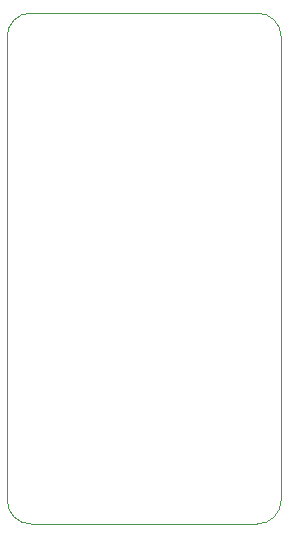
<source format=gbr>
%TF.GenerationSoftware,KiCad,Pcbnew,7.0.9*%
%TF.CreationDate,2023-12-21T11:34:42+00:00*%
%TF.ProjectId,flash-rom-expansion,666c6173-682d-4726-9f6d-2d657870616e,0*%
%TF.SameCoordinates,Original*%
%TF.FileFunction,Profile,NP*%
%FSLAX46Y46*%
G04 Gerber Fmt 4.6, Leading zero omitted, Abs format (unit mm)*
G04 Created by KiCad (PCBNEW 7.0.9) date 2023-12-21 11:34:42*
%MOMM*%
%LPD*%
G01*
G04 APERTURE LIST*
%TA.AperFunction,Profile*%
%ADD10C,0.050000*%
%TD*%
G04 APERTURE END LIST*
D10*
X137008200Y-121400000D02*
G75*
G03*
X139008214Y-123400000I2000000J0D01*
G01*
X160199986Y-82142214D02*
G75*
G03*
X158200000Y-80142214I-1999986J14D01*
G01*
X160200000Y-82142214D02*
X160200000Y-121400000D01*
X139008214Y-80142214D02*
X158200000Y-80142214D01*
X158200000Y-123400000D02*
G75*
G03*
X160200000Y-121400000I0J2000000D01*
G01*
X139008214Y-80142214D02*
G75*
G03*
X137008214Y-82142214I-14J-1999986D01*
G01*
X139008214Y-123400000D02*
X158200000Y-123400000D01*
X137008214Y-82142214D02*
X137008214Y-121400000D01*
M02*

</source>
